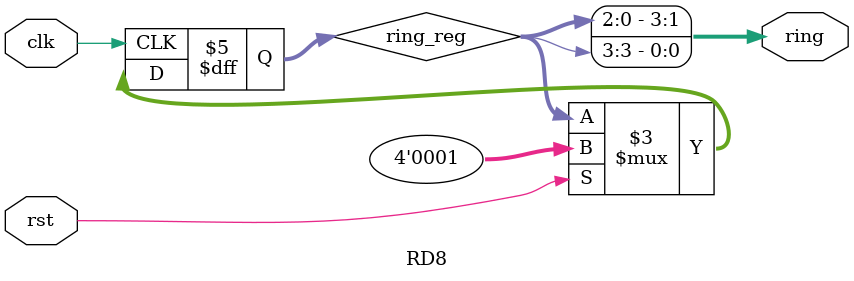
<source format=sv>
module RD8 #(
  parameter SIZE = 4
)(
  input  wire            clk,    // 系统时钟
  input  wire            rst,    // 复位信号，高电平有效
  output wire [SIZE-1:0] ring    // 环形计数器输出
);

  // 内部信号定义
  reg [SIZE-1:0] ring_reg;       // 内部寄存器状态

  // 通过组合逻辑直接输出
  assign ring = {ring_reg[SIZE-2:0], ring_reg[SIZE-1]};

  // 时序逻辑部分 - 更新寄存器状态
  always @(posedge clk) begin
    if (rst) begin
      ring_reg <= {{SIZE-1{1'b0}}, 1'b1}; // 复位状态：最低位为1，其他位为0
    end else begin
      ring_reg <= ring_reg;                // 保持当前状态
    end
  end

endmodule
</source>
